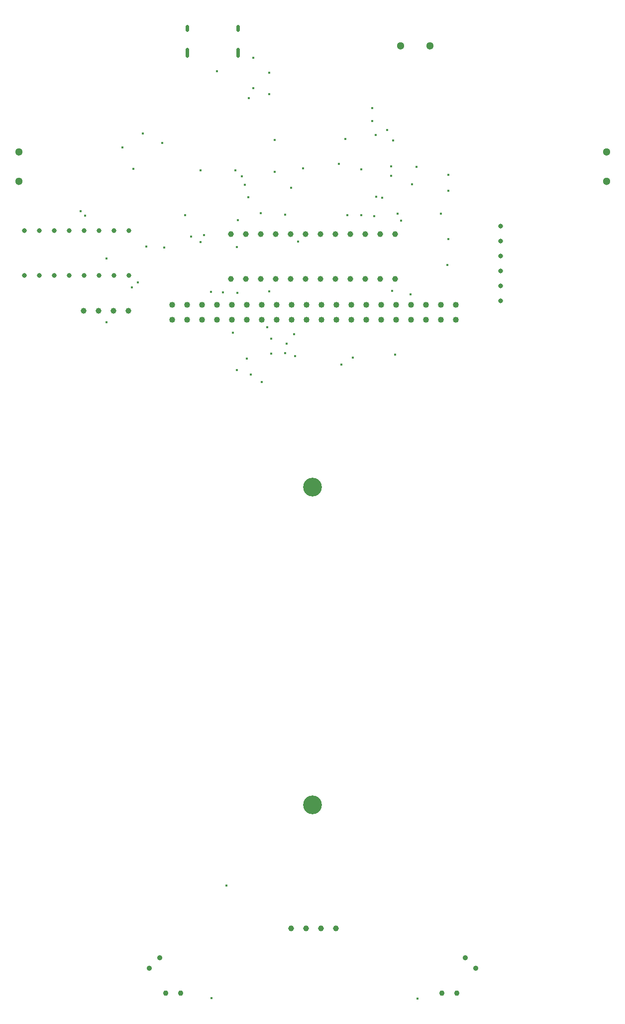
<source format=gbr>
%TF.GenerationSoftware,KiCad,Pcbnew,(5.1.9)-1*%
%TF.CreationDate,2022-05-19T12:20:05-04:00*%
%TF.ProjectId,esp32pcbbot,65737033-3270-4636-9262-6f742e6b6963,rev?*%
%TF.SameCoordinates,Original*%
%TF.FileFunction,Plated,1,2,PTH,Mixed*%
%TF.FilePolarity,Positive*%
%FSLAX46Y46*%
G04 Gerber Fmt 4.6, Leading zero omitted, Abs format (unit mm)*
G04 Created by KiCad (PCBNEW (5.1.9)-1) date 2022-05-19 12:20:05*
%MOMM*%
%LPD*%
G01*
G04 APERTURE LIST*
%TA.AperFunction,ViaDrill*%
%ADD10C,0.400000*%
%TD*%
G04 aperture for slot hole*
%TA.AperFunction,ComponentDrill*%
%ADD11C,0.600000*%
%TD*%
%TA.AperFunction,ComponentDrill*%
%ADD12C,0.800000*%
%TD*%
%TA.AperFunction,ComponentDrill*%
%ADD13C,0.900000*%
%TD*%
%TA.AperFunction,ComponentDrill*%
%ADD14C,0.920000*%
%TD*%
%TA.AperFunction,ComponentDrill*%
%ADD15C,1.000000*%
%TD*%
%TA.AperFunction,ComponentDrill*%
%ADD16C,1.020000*%
%TD*%
%TA.AperFunction,ComponentDrill*%
%ADD17C,1.300000*%
%TD*%
%TA.AperFunction,ComponentDrill*%
%ADD18C,3.200000*%
%TD*%
G04 APERTURE END LIST*
D10*
X50523300Y-58061000D03*
X51304300Y-58865700D03*
X54969300Y-66111900D03*
X54969300Y-76986500D03*
X57603900Y-47291000D03*
X59229200Y-71083600D03*
X59494800Y-50891000D03*
X60261200Y-70232700D03*
X61076700Y-44844400D03*
X61681700Y-64131300D03*
X64418500Y-46484900D03*
X64780800Y-64234800D03*
X68349500Y-58800400D03*
X69344100Y-62368900D03*
X70924700Y-51118600D03*
X70937500Y-63356000D03*
X71515400Y-62176800D03*
X72744300Y-71785900D03*
X72825000Y-191878900D03*
X73750000Y-34260800D03*
X74746400Y-71874700D03*
X75359400Y-172716700D03*
X76452000Y-78789300D03*
X76840700Y-51145900D03*
X77115100Y-64206200D03*
X77121700Y-85089600D03*
X77206300Y-71969100D03*
X77272900Y-59600300D03*
X77998400Y-52167600D03*
X78505100Y-53644000D03*
X78779000Y-83151000D03*
X79081200Y-55719000D03*
X79164400Y-38900700D03*
X79518400Y-85831400D03*
X79899200Y-32034400D03*
X79899400Y-37156000D03*
X81140000Y-58454400D03*
X81320800Y-87171100D03*
X82247600Y-77828600D03*
X82611100Y-34550000D03*
X82618900Y-71755400D03*
X82633600Y-38237300D03*
X82923800Y-82273300D03*
X82992900Y-79750000D03*
X83514600Y-46026300D03*
X83516300Y-51368400D03*
X85291900Y-82259600D03*
X85350000Y-58715800D03*
X85611900Y-80624700D03*
X86349000Y-54115300D03*
X86823900Y-79021200D03*
X87034700Y-82710000D03*
X87546300Y-63298700D03*
X88416200Y-50833000D03*
X94450000Y-50081400D03*
X94909900Y-84176700D03*
X95611300Y-45780100D03*
X95879000Y-58732500D03*
X96822700Y-82997700D03*
X98248900Y-51018400D03*
X98248900Y-58804500D03*
X100115900Y-40573400D03*
X100116700Y-42739200D03*
X100521200Y-58906200D03*
X100726000Y-45175800D03*
X100808300Y-55635500D03*
X101853700Y-55795200D03*
X102661400Y-44269200D03*
X103384500Y-52068500D03*
X103398500Y-50469900D03*
X103510000Y-71680000D03*
X103745400Y-46031800D03*
X104057700Y-82494400D03*
X104437800Y-58523700D03*
X105088500Y-59664600D03*
X106628000Y-72218500D03*
X106903000Y-53555200D03*
X107650300Y-50537700D03*
X107825000Y-191923700D03*
X111789700Y-58554800D03*
X112960400Y-67257600D03*
X113062600Y-51891600D03*
X113130400Y-54594000D03*
X113130400Y-62840300D03*
D11*
%TO.C,USB1*%
X68680000Y-26650000D02*
X68680000Y-27250000D01*
X68680000Y-30580000D02*
X68680000Y-31680000D01*
X77320000Y-26650000D02*
X77320000Y-27250000D01*
X77320000Y-30580000D02*
X77320000Y-31680000D01*
D12*
%TO.C,U3*%
X41000000Y-61380000D03*
X41000000Y-69000000D03*
X43540000Y-61380000D03*
X43540000Y-69000000D03*
X46080000Y-61380000D03*
X46080000Y-69000000D03*
X48620000Y-61380000D03*
X48620000Y-69000000D03*
X51160000Y-61380000D03*
X51160000Y-69000000D03*
X53700000Y-61380000D03*
X53700000Y-69000000D03*
X56240000Y-61380000D03*
X56240000Y-69000000D03*
X58780000Y-61380000D03*
X58780000Y-69000000D03*
%TO.C,B1*%
X122000000Y-60650000D03*
X122000000Y-63190000D03*
X122000000Y-65730000D03*
X122000000Y-68270000D03*
X122000000Y-70810000D03*
X122000000Y-73350000D03*
D13*
%TO.C,D2*%
X62203949Y-186796051D03*
X64000000Y-185000000D03*
%TO.C,D1*%
X116000000Y-185000000D03*
X117796051Y-186796051D03*
D14*
%TO.C,Q4*%
X65000000Y-191000000D03*
X67540000Y-191000000D03*
%TO.C,Q3*%
X112000000Y-191000000D03*
X114540000Y-191000000D03*
D15*
%TO.C,J6*%
X51000000Y-75000000D03*
X53540000Y-75000000D03*
X56080000Y-75000000D03*
X58620000Y-75000000D03*
%TO.C,S5*%
X76060000Y-62000000D03*
X76060000Y-69620000D03*
X78600000Y-62000000D03*
X78600000Y-69620000D03*
X81140000Y-62000000D03*
X81140000Y-69620000D03*
X83680000Y-62000000D03*
X83680000Y-69620000D03*
X86220000Y-62000000D03*
X86220000Y-69620000D03*
%TO.C,J4*%
X86380000Y-180000000D03*
%TO.C,S5*%
X88760000Y-62000000D03*
X88760000Y-69620000D03*
%TO.C,J4*%
X88920000Y-180000000D03*
%TO.C,S5*%
X91300000Y-62000000D03*
X91300000Y-69620000D03*
%TO.C,J4*%
X91460000Y-180000000D03*
%TO.C,S5*%
X93840000Y-62000000D03*
X93840000Y-69620000D03*
%TO.C,J4*%
X94000000Y-180000000D03*
%TO.C,S5*%
X96380000Y-62000000D03*
X96380000Y-69620000D03*
X98920000Y-62000000D03*
X98920000Y-69620000D03*
X101460000Y-62000000D03*
X101460000Y-69620000D03*
X104000000Y-62000000D03*
X104000000Y-69620000D03*
D16*
%TO.C,J5*%
X66140000Y-74000000D03*
X66140000Y-76540000D03*
X68680000Y-74000000D03*
X68680000Y-76540000D03*
X71220000Y-74000000D03*
X71220000Y-76540000D03*
X73760000Y-74000000D03*
X73760000Y-76540000D03*
X76300000Y-74000000D03*
X76300000Y-76540000D03*
X78840000Y-74000000D03*
X78840000Y-76540000D03*
X81380000Y-74000000D03*
X81380000Y-76540000D03*
X83920000Y-74000000D03*
X83920000Y-76540000D03*
X86460000Y-74000000D03*
X86460000Y-76540000D03*
X89000000Y-74000000D03*
X89000000Y-76540000D03*
X91540000Y-74000000D03*
X91540000Y-76540000D03*
X94080000Y-74000000D03*
X94080000Y-76540000D03*
X96620000Y-74000000D03*
X96620000Y-76540000D03*
X99160000Y-74000000D03*
X99160000Y-76540000D03*
X101700000Y-74000000D03*
X101700000Y-76540000D03*
X104240000Y-74000000D03*
X104240000Y-76540000D03*
X106780000Y-74000000D03*
X106780000Y-76540000D03*
X109320000Y-74000000D03*
X109320000Y-76540000D03*
X111860000Y-74000000D03*
X111860000Y-76540000D03*
X114400000Y-74000000D03*
X114400000Y-76540000D03*
D17*
%TO.C,J2*%
X40000000Y-48000000D03*
X40000000Y-53000000D03*
%TO.C,J3*%
X105000000Y-30000000D03*
X110000000Y-30000000D03*
%TO.C,J1*%
X140000000Y-48000000D03*
X140000000Y-53000000D03*
D18*
%TO.C,U4*%
X90000000Y-105000000D03*
X90000000Y-159000000D03*
M02*

</source>
